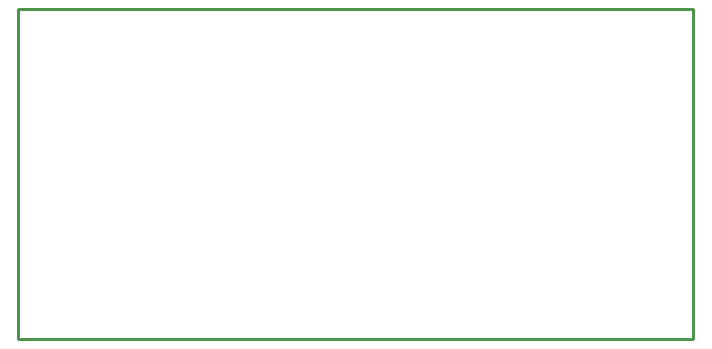
<source format=gm1>
G04*
G04 #@! TF.GenerationSoftware,Altium Limited,Altium Designer,20.0.2 (26)*
G04*
G04 Layer_Color=16711935*
%FSLAX25Y25*%
%MOIN*%
G70*
G01*
G75*
%ADD12C,0.01000*%
D12*
X150000Y202500D02*
X375000D01*
Y312500D01*
X150000D02*
X375000D01*
X150000Y295000D02*
Y312500D01*
Y202500D02*
Y295000D01*
M02*

</source>
